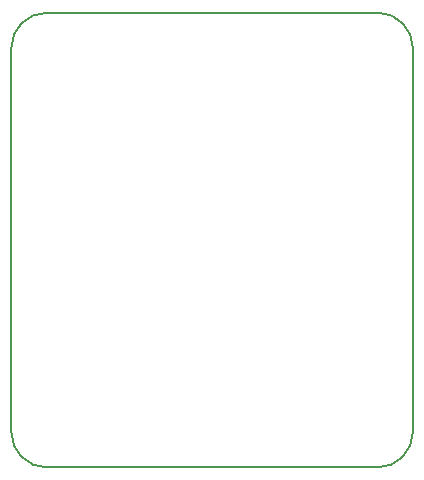
<source format=gko>
G04 Layer: BoardOutlineLayer*
G04 EasyEDA Pro v2.2.27.1, 2024-09-15 10:59:50*
G04 Gerber Generator version 0.3*
G04 Scale: 100 percent, Rotated: No, Reflected: No*
G04 Dimensions in millimeters*
G04 Leading zeros omitted, absolute positions, 3 integers and 5 decimals*
%TF.GenerationSoftware,KiCad,Pcbnew,8.0.7*%
%TF.CreationDate,2025-01-03T22:16:07+08:00*%
%TF.ProjectId,remote_fingers_ESP8266,72656d6f-7465-45f6-9669-6e676572735f,rev?*%
%TF.SameCoordinates,Original*%
%TF.FileFunction,Profile,NP*%
%FSLAX46Y46*%
G04 Gerber Fmt 4.6, Leading zero omitted, Abs format (unit mm)*
G04 Created by KiCad (PCBNEW 8.0.7) date 2025-01-03 22:16:07*
%MOMM*%
%LPD*%
G01*
G04 APERTURE LIST*
%TA.AperFunction,Profile*%
%ADD10C,0.200000*%
%TD*%
G04 APERTURE END LIST*
D10*
X74000000Y-119000000D02*
G75*
G02*
X71000000Y-116000000I0J3000000D01*
G01*
X105000000Y-116000000D02*
G75*
G02*
X102000000Y-119000000I-3000000J0D01*
G01*
X71000000Y-83500000D02*
G75*
G02*
X74000000Y-80500000I3000000J0D01*
G01*
X102000000Y-80500000D02*
G75*
G02*
X105000000Y-83500000I0J-3000000D01*
G01*
X71000000Y-116000000D02*
X71000000Y-83500000D01*
X102000000Y-119000000D02*
X74000000Y-119000000D01*
X105000000Y-83500000D02*
X105000000Y-116000000D01*
X74000000Y-80500000D02*
X102000000Y-80500000D01*
M02*

</source>
